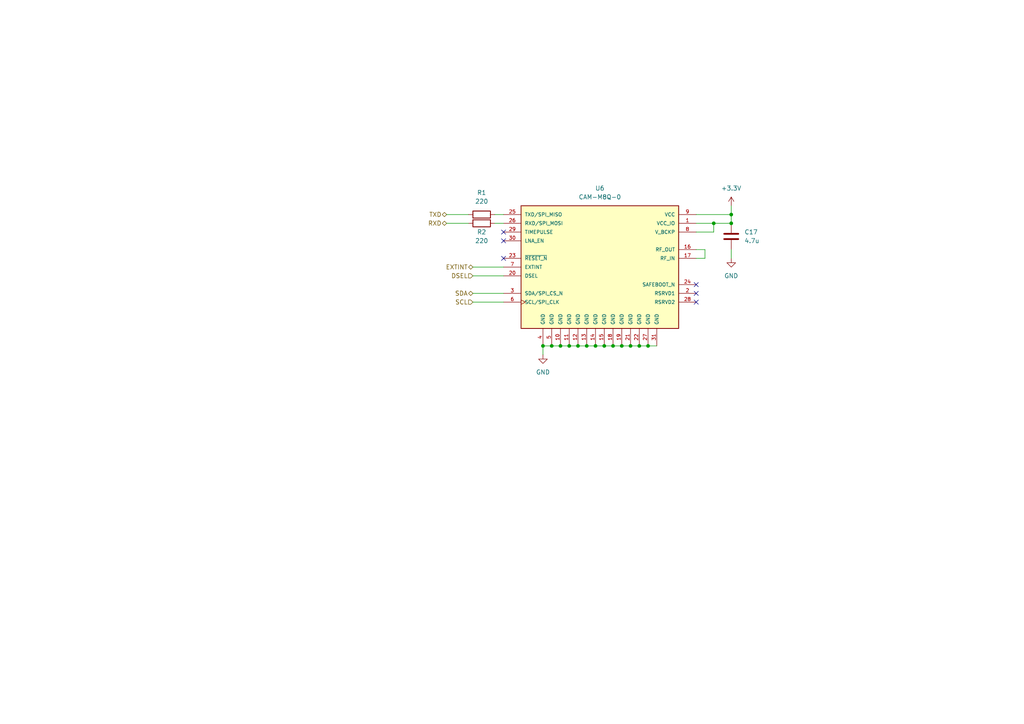
<source format=kicad_sch>
(kicad_sch (version 20230121) (generator eeschema)

  (uuid 6fd2c3fb-01fe-410e-929a-9d9170409634)

  (paper "A4")

  (lib_symbols
    (symbol "Device:C" (pin_numbers hide) (pin_names (offset 0.254)) (in_bom yes) (on_board yes)
      (property "Reference" "C" (at 0.635 2.54 0)
        (effects (font (size 1.27 1.27)) (justify left))
      )
      (property "Value" "C" (at 0.635 -2.54 0)
        (effects (font (size 1.27 1.27)) (justify left))
      )
      (property "Footprint" "" (at 0.9652 -3.81 0)
        (effects (font (size 1.27 1.27)) hide)
      )
      (property "Datasheet" "~" (at 0 0 0)
        (effects (font (size 1.27 1.27)) hide)
      )
      (property "ki_keywords" "cap capacitor" (at 0 0 0)
        (effects (font (size 1.27 1.27)) hide)
      )
      (property "ki_description" "Unpolarized capacitor" (at 0 0 0)
        (effects (font (size 1.27 1.27)) hide)
      )
      (property "ki_fp_filters" "C_*" (at 0 0 0)
        (effects (font (size 1.27 1.27)) hide)
      )
      (symbol "C_0_1"
        (polyline
          (pts
            (xy -2.032 -0.762)
            (xy 2.032 -0.762)
          )
          (stroke (width 0.508) (type default))
          (fill (type none))
        )
        (polyline
          (pts
            (xy -2.032 0.762)
            (xy 2.032 0.762)
          )
          (stroke (width 0.508) (type default))
          (fill (type none))
        )
      )
      (symbol "C_1_1"
        (pin passive line (at 0 3.81 270) (length 2.794)
          (name "~" (effects (font (size 1.27 1.27))))
          (number "1" (effects (font (size 1.27 1.27))))
        )
        (pin passive line (at 0 -3.81 90) (length 2.794)
          (name "~" (effects (font (size 1.27 1.27))))
          (number "2" (effects (font (size 1.27 1.27))))
        )
      )
    )
    (symbol "Device:R" (pin_numbers hide) (pin_names (offset 0)) (in_bom yes) (on_board yes)
      (property "Reference" "R" (at 2.032 0 90)
        (effects (font (size 1.27 1.27)))
      )
      (property "Value" "R" (at 0 0 90)
        (effects (font (size 1.27 1.27)))
      )
      (property "Footprint" "" (at -1.778 0 90)
        (effects (font (size 1.27 1.27)) hide)
      )
      (property "Datasheet" "~" (at 0 0 0)
        (effects (font (size 1.27 1.27)) hide)
      )
      (property "ki_keywords" "R res resistor" (at 0 0 0)
        (effects (font (size 1.27 1.27)) hide)
      )
      (property "ki_description" "Resistor" (at 0 0 0)
        (effects (font (size 1.27 1.27)) hide)
      )
      (property "ki_fp_filters" "R_*" (at 0 0 0)
        (effects (font (size 1.27 1.27)) hide)
      )
      (symbol "R_0_1"
        (rectangle (start -1.016 -2.54) (end 1.016 2.54)
          (stroke (width 0.254) (type default))
          (fill (type none))
        )
      )
      (symbol "R_1_1"
        (pin passive line (at 0 3.81 270) (length 1.27)
          (name "~" (effects (font (size 1.27 1.27))))
          (number "1" (effects (font (size 1.27 1.27))))
        )
        (pin passive line (at 0 -3.81 90) (length 1.27)
          (name "~" (effects (font (size 1.27 1.27))))
          (number "2" (effects (font (size 1.27 1.27))))
        )
      )
    )
    (symbol "Project:CAM-M8Q-0" (pin_names (offset 1.016)) (in_bom yes) (on_board yes)
      (property "Reference" "U" (at -21.59 19.05 0)
        (effects (font (size 1.27 1.27)) (justify left bottom))
      )
      (property "Value" "CAM-M8Q-0" (at -16.51 19.05 0)
        (effects (font (size 1.27 1.27)) (justify left bottom))
      )
      (property "Footprint" "Project:LCC100P960X1400X210-31N" (at 0 -34.29 0)
        (effects (font (size 1.27 1.27)) (justify bottom) hide)
      )
      (property "Datasheet" "" (at 0 -34.29 0)
        (effects (font (size 1.27 1.27)) hide)
      )
      (property "MF" "U-Blox America" (at 0 -34.29 0)
        (effects (font (size 1.27 1.27)) (justify bottom) hide)
      )
      (property "Description" "\nseries RF Receiver BeiDou, GLONASS, GNSS, GPS, QZSS 1.575GHz -167dBm - On-Board, Chip Module\n" (at 0 -34.29 0)
        (effects (font (size 1.27 1.27)) (justify bottom) hide)
      )
      (property "Package" "SMD-31 U-Blox America" (at 0 -34.29 0)
        (effects (font (size 1.27 1.27)) (justify bottom) hide)
      )
      (property "Price" "None" (at 0 -34.29 0)
        (effects (font (size 1.27 1.27)) (justify bottom) hide)
      )
      (property "Check_prices" "https://www.snapeda.com/parts/CAM-M8Q-0/U-Blox+America+Inc./view-part/?ref=eda" (at 0 -34.29 0)
        (effects (font (size 1.27 1.27)) (justify bottom) hide)
      )
      (property "SnapEDA_Link" "https://www.snapeda.com/parts/CAM-M8Q-0/U-Blox+America+Inc./view-part/?ref=snap" (at 0 -34.29 0)
        (effects (font (size 1.27 1.27)) (justify bottom) hide)
      )
      (property "MP" "CAM-M8Q-0" (at 0 -34.29 0)
        (effects (font (size 1.27 1.27)) (justify bottom) hide)
      )
      (property "Purchase-URL" "https://www.snapeda.com/api/url_track_click_mouser/?unipart_id=51163&manufacturer=U-Blox America&part_name=CAM-M8Q-0&search_term=None" (at 0 -34.29 0)
        (effects (font (size 1.27 1.27)) (justify bottom) hide)
      )
      (property "Availability" "In Stock" (at 0 -34.29 0)
        (effects (font (size 1.27 1.27)) (justify bottom) hide)
      )
      (property "MANUFACTURER" "UBlox" (at 0 -34.29 0)
        (effects (font (size 1.27 1.27)) (justify bottom) hide)
      )
      (symbol "CAM-M8Q-0_0_0"
        (rectangle (start -22.86 17.78) (end 22.86 -17.78)
          (stroke (width 0.254) (type default))
          (fill (type background))
        )
        (pin power_in line (at 27.94 12.7 180) (length 5.08)
          (name "VCC_IO" (effects (font (size 1.016 1.016))))
          (number "1" (effects (font (size 1.016 1.016))))
        )
        (pin power_in line (at -11.43 -22.86 90) (length 5.08)
          (name "GND" (effects (font (size 1.016 1.016))))
          (number "10" (effects (font (size 1.016 1.016))))
        )
        (pin power_in line (at -8.89 -22.86 90) (length 5.08)
          (name "GND" (effects (font (size 1.016 1.016))))
          (number "11" (effects (font (size 1.016 1.016))))
        )
        (pin power_in line (at -6.35 -22.86 90) (length 5.08)
          (name "GND" (effects (font (size 1.016 1.016))))
          (number "12" (effects (font (size 1.016 1.016))))
        )
        (pin power_in line (at -3.81 -22.86 90) (length 5.08)
          (name "GND" (effects (font (size 1.016 1.016))))
          (number "13" (effects (font (size 1.016 1.016))))
        )
        (pin power_in line (at -1.27 -22.86 90) (length 5.08)
          (name "GND" (effects (font (size 1.016 1.016))))
          (number "14" (effects (font (size 1.016 1.016))))
        )
        (pin power_in line (at 1.27 -22.86 90) (length 5.08)
          (name "GND" (effects (font (size 1.016 1.016))))
          (number "15" (effects (font (size 1.016 1.016))))
        )
        (pin output line (at 27.94 5.08 180) (length 5.08)
          (name "RF_OUT" (effects (font (size 1.016 1.016))))
          (number "16" (effects (font (size 1.016 1.016))))
        )
        (pin input line (at 27.94 2.54 180) (length 5.08)
          (name "RF_IN" (effects (font (size 1.016 1.016))))
          (number "17" (effects (font (size 1.016 1.016))))
        )
        (pin power_in line (at 3.81 -22.86 90) (length 5.08)
          (name "GND" (effects (font (size 1.016 1.016))))
          (number "18" (effects (font (size 1.016 1.016))))
        )
        (pin power_in line (at 6.35 -22.86 90) (length 5.08)
          (name "GND" (effects (font (size 1.016 1.016))))
          (number "19" (effects (font (size 1.016 1.016))))
        )
        (pin passive line (at 27.94 -7.62 180) (length 5.08)
          (name "RSRVD1" (effects (font (size 1.016 1.016))))
          (number "2" (effects (font (size 1.016 1.016))))
        )
        (pin input line (at -27.94 -2.54 0) (length 5.08)
          (name "DSEL" (effects (font (size 1.016 1.016))))
          (number "20" (effects (font (size 1.016 1.016))))
        )
        (pin power_in line (at 8.89 -22.86 90) (length 5.08)
          (name "GND" (effects (font (size 1.016 1.016))))
          (number "21" (effects (font (size 1.016 1.016))))
        )
        (pin power_in line (at 11.43 -22.86 90) (length 5.08)
          (name "GND" (effects (font (size 1.016 1.016))))
          (number "22" (effects (font (size 1.016 1.016))))
        )
        (pin input line (at -27.94 2.54 0) (length 5.08)
          (name "~{RESET_N}" (effects (font (size 1.016 1.016))))
          (number "23" (effects (font (size 1.016 1.016))))
        )
        (pin passive line (at 27.94 -5.08 180) (length 5.08)
          (name "SAFEBOOT_N" (effects (font (size 1.016 1.016))))
          (number "24" (effects (font (size 1.016 1.016))))
        )
        (pin output line (at -27.94 15.24 0) (length 5.08)
          (name "TXD/SPI_MISO" (effects (font (size 1.016 1.016))))
          (number "25" (effects (font (size 1.016 1.016))))
        )
        (pin input line (at -27.94 12.7 0) (length 5.08)
          (name "RXD/SPI_MOSI" (effects (font (size 1.016 1.016))))
          (number "26" (effects (font (size 1.016 1.016))))
        )
        (pin power_in line (at 13.97 -22.86 90) (length 5.08)
          (name "GND" (effects (font (size 1.016 1.016))))
          (number "27" (effects (font (size 1.016 1.016))))
        )
        (pin passive line (at 27.94 -10.16 180) (length 5.08)
          (name "RSRVD2" (effects (font (size 1.016 1.016))))
          (number "28" (effects (font (size 1.016 1.016))))
        )
        (pin output line (at -27.94 10.16 0) (length 5.08)
          (name "TIMEPULSE" (effects (font (size 1.016 1.016))))
          (number "29" (effects (font (size 1.016 1.016))))
        )
        (pin bidirectional line (at -27.94 -7.62 0) (length 5.08)
          (name "SDA/SPI_CS_N" (effects (font (size 1.016 1.016))))
          (number "3" (effects (font (size 1.016 1.016))))
        )
        (pin input line (at -27.94 7.62 0) (length 5.08)
          (name "LNA_EN" (effects (font (size 1.016 1.016))))
          (number "30" (effects (font (size 1.016 1.016))))
        )
        (pin power_in line (at 16.51 -22.86 90) (length 5.08)
          (name "GND" (effects (font (size 1.016 1.016))))
          (number "31" (effects (font (size 1.016 1.016))))
        )
        (pin power_in line (at -16.51 -22.86 90) (length 5.08)
          (name "GND" (effects (font (size 1.016 1.016))))
          (number "4" (effects (font (size 1.016 1.016))))
        )
        (pin power_in line (at -13.97 -22.86 90) (length 5.08)
          (name "GND" (effects (font (size 1.016 1.016))))
          (number "5" (effects (font (size 1.016 1.016))))
        )
        (pin input clock (at -27.94 -10.16 0) (length 5.08)
          (name "SCL/SPI_CLK" (effects (font (size 1.016 1.016))))
          (number "6" (effects (font (size 1.016 1.016))))
        )
        (pin input line (at -27.94 0 0) (length 5.08)
          (name "EXTINT" (effects (font (size 1.016 1.016))))
          (number "7" (effects (font (size 1.016 1.016))))
        )
        (pin power_in line (at 27.94 10.16 180) (length 5.08)
          (name "V_BCKP" (effects (font (size 1.016 1.016))))
          (number "8" (effects (font (size 1.016 1.016))))
        )
        (pin power_in line (at 27.94 15.24 180) (length 5.08)
          (name "VCC" (effects (font (size 1.016 1.016))))
          (number "9" (effects (font (size 1.016 1.016))))
        )
      )
    )
    (symbol "power:+3.3V" (power) (pin_names (offset 0)) (in_bom yes) (on_board yes)
      (property "Reference" "#PWR" (at 0 -3.81 0)
        (effects (font (size 1.27 1.27)) hide)
      )
      (property "Value" "+3.3V" (at 0 3.556 0)
        (effects (font (size 1.27 1.27)))
      )
      (property "Footprint" "" (at 0 0 0)
        (effects (font (size 1.27 1.27)) hide)
      )
      (property "Datasheet" "" (at 0 0 0)
        (effects (font (size 1.27 1.27)) hide)
      )
      (property "ki_keywords" "global power" (at 0 0 0)
        (effects (font (size 1.27 1.27)) hide)
      )
      (property "ki_description" "Power symbol creates a global label with name \"+3.3V\"" (at 0 0 0)
        (effects (font (size 1.27 1.27)) hide)
      )
      (symbol "+3.3V_0_1"
        (polyline
          (pts
            (xy -0.762 1.27)
            (xy 0 2.54)
          )
          (stroke (width 0) (type default))
          (fill (type none))
        )
        (polyline
          (pts
            (xy 0 0)
            (xy 0 2.54)
          )
          (stroke (width 0) (type default))
          (fill (type none))
        )
        (polyline
          (pts
            (xy 0 2.54)
            (xy 0.762 1.27)
          )
          (stroke (width 0) (type default))
          (fill (type none))
        )
      )
      (symbol "+3.3V_1_1"
        (pin power_in line (at 0 0 90) (length 0) hide
          (name "+3.3V" (effects (font (size 1.27 1.27))))
          (number "1" (effects (font (size 1.27 1.27))))
        )
      )
    )
    (symbol "power:GND" (power) (pin_names (offset 0)) (in_bom yes) (on_board yes)
      (property "Reference" "#PWR" (at 0 -6.35 0)
        (effects (font (size 1.27 1.27)) hide)
      )
      (property "Value" "GND" (at 0 -3.81 0)
        (effects (font (size 1.27 1.27)))
      )
      (property "Footprint" "" (at 0 0 0)
        (effects (font (size 1.27 1.27)) hide)
      )
      (property "Datasheet" "" (at 0 0 0)
        (effects (font (size 1.27 1.27)) hide)
      )
      (property "ki_keywords" "global power" (at 0 0 0)
        (effects (font (size 1.27 1.27)) hide)
      )
      (property "ki_description" "Power symbol creates a global label with name \"GND\" , ground" (at 0 0 0)
        (effects (font (size 1.27 1.27)) hide)
      )
      (symbol "GND_0_1"
        (polyline
          (pts
            (xy 0 0)
            (xy 0 -1.27)
            (xy 1.27 -1.27)
            (xy 0 -2.54)
            (xy -1.27 -1.27)
            (xy 0 -1.27)
          )
          (stroke (width 0) (type default))
          (fill (type none))
        )
      )
      (symbol "GND_1_1"
        (pin power_in line (at 0 0 270) (length 0) hide
          (name "GND" (effects (font (size 1.27 1.27))))
          (number "1" (effects (font (size 1.27 1.27))))
        )
      )
    )
  )

  (junction (at 212.09 62.23) (diameter 0) (color 0 0 0 0)
    (uuid 0d70edd4-137d-4f22-925c-e776fd202994)
  )
  (junction (at 187.96 100.33) (diameter 0) (color 0 0 0 0)
    (uuid 0e9877c8-f979-4e14-aa83-812f33537d6b)
  )
  (junction (at 165.1 100.33) (diameter 0) (color 0 0 0 0)
    (uuid 25d70064-87c4-4f16-987e-8b462aaadaa3)
  )
  (junction (at 185.42 100.33) (diameter 0) (color 0 0 0 0)
    (uuid 27edd24e-18ff-4570-ad34-ca7dfeff6a7e)
  )
  (junction (at 157.48 100.33) (diameter 0) (color 0 0 0 0)
    (uuid 3ce2144c-8725-48de-8d5f-77915954cbef)
  )
  (junction (at 207.01 64.77) (diameter 0) (color 0 0 0 0)
    (uuid 4c7076ec-7fca-4375-8e92-6dc10d4f3f2e)
  )
  (junction (at 172.72 100.33) (diameter 0) (color 0 0 0 0)
    (uuid 586e0790-b318-462a-a0de-dbbaac96f60c)
  )
  (junction (at 180.34 100.33) (diameter 0) (color 0 0 0 0)
    (uuid 61afe937-aa57-44b5-936d-c8b34f653a04)
  )
  (junction (at 170.18 100.33) (diameter 0) (color 0 0 0 0)
    (uuid 8392fa0b-b108-417b-8b43-13bbc87a5920)
  )
  (junction (at 160.02 100.33) (diameter 0) (color 0 0 0 0)
    (uuid 9c9043e3-6780-4932-a0a4-ddf05b8e05cf)
  )
  (junction (at 182.88 100.33) (diameter 0) (color 0 0 0 0)
    (uuid b9e535d5-3c40-4850-b083-93e66970efd2)
  )
  (junction (at 162.56 100.33) (diameter 0) (color 0 0 0 0)
    (uuid c0d058aa-e7b4-459c-af16-edd17305635b)
  )
  (junction (at 212.09 64.77) (diameter 0) (color 0 0 0 0)
    (uuid cc06ff74-9626-41fa-a501-7965a775b8e1)
  )
  (junction (at 167.64 100.33) (diameter 0) (color 0 0 0 0)
    (uuid d17fdbc5-4243-4aa8-8ceb-4947cf0894fd)
  )
  (junction (at 175.26 100.33) (diameter 0) (color 0 0 0 0)
    (uuid d799c115-a18b-4982-969b-759a163b71ae)
  )
  (junction (at 177.8 100.33) (diameter 0) (color 0 0 0 0)
    (uuid e45b34c8-b0c5-48c2-8052-5e7b8a96de76)
  )

  (no_connect (at 201.93 82.55) (uuid 2ada3b27-9645-4e8e-a00e-39fcd54f0fc0))
  (no_connect (at 146.05 69.85) (uuid 93d3b4cf-0238-4079-9fb6-d51efada0377))
  (no_connect (at 201.93 85.09) (uuid d494957c-0765-467e-b67e-0d59531de540))
  (no_connect (at 146.05 74.93) (uuid f70ba3c0-f289-458a-8dae-8b034604df7b))
  (no_connect (at 201.93 87.63) (uuid f8777b58-f340-4e1b-af55-be6ab66fd970))
  (no_connect (at 146.05 67.31) (uuid fd06f017-2eae-49f1-809f-dd85a64fc9ea))

  (wire (pts (xy 137.16 85.09) (xy 146.05 85.09))
    (stroke (width 0) (type default))
    (uuid 0f628ce8-9f37-4150-a44b-370999a34af7)
  )
  (wire (pts (xy 212.09 62.23) (xy 212.09 64.77))
    (stroke (width 0) (type default))
    (uuid 16c14daf-10b9-48ae-a42b-05c1cf400184)
  )
  (wire (pts (xy 137.16 87.63) (xy 146.05 87.63))
    (stroke (width 0) (type default))
    (uuid 18033fd2-c305-4f35-a03f-abb4799da048)
  )
  (wire (pts (xy 177.8 100.33) (xy 180.34 100.33))
    (stroke (width 0) (type default))
    (uuid 19d77a04-89d6-4481-abaa-dc45b1bde30f)
  )
  (wire (pts (xy 157.48 100.33) (xy 160.02 100.33))
    (stroke (width 0) (type default))
    (uuid 230c5f0f-0692-4e8c-821a-99b6db76acfd)
  )
  (wire (pts (xy 207.01 64.77) (xy 207.01 67.31))
    (stroke (width 0) (type default))
    (uuid 2b66846e-9e72-45b7-ae11-9121368b0a19)
  )
  (wire (pts (xy 201.93 67.31) (xy 207.01 67.31))
    (stroke (width 0) (type default))
    (uuid 342a487a-ac1a-48ad-a511-e94aebd6b03d)
  )
  (wire (pts (xy 212.09 59.69) (xy 212.09 62.23))
    (stroke (width 0) (type default))
    (uuid 343f6f9f-f179-488c-99de-7bf3ce2fd242)
  )
  (wire (pts (xy 212.09 72.39) (xy 212.09 74.93))
    (stroke (width 0) (type default))
    (uuid 37263742-daf6-4fda-82ec-be5b54df164a)
  )
  (wire (pts (xy 207.01 64.77) (xy 212.09 64.77))
    (stroke (width 0) (type default))
    (uuid 3db60618-b6dd-4a5f-b1cb-70e04745ff66)
  )
  (wire (pts (xy 146.05 77.47) (xy 137.16 77.47))
    (stroke (width 0) (type default))
    (uuid 3e98adb7-cd28-4ae5-bdba-e5a702e828e8)
  )
  (wire (pts (xy 180.34 100.33) (xy 182.88 100.33))
    (stroke (width 0) (type default))
    (uuid 3ef89822-238b-4186-9f31-7e890f5ccf75)
  )
  (wire (pts (xy 201.93 74.93) (xy 204.47 74.93))
    (stroke (width 0) (type default))
    (uuid 476a639d-3eab-4887-8008-bdcd0061221b)
  )
  (wire (pts (xy 204.47 72.39) (xy 201.93 72.39))
    (stroke (width 0) (type default))
    (uuid 4e21b16a-b3de-422a-b21a-93dfc30b9678)
  )
  (wire (pts (xy 172.72 100.33) (xy 175.26 100.33))
    (stroke (width 0) (type default))
    (uuid 705abf70-ad7d-4359-8fd3-237684928e21)
  )
  (wire (pts (xy 167.64 100.33) (xy 170.18 100.33))
    (stroke (width 0) (type default))
    (uuid 75658bed-af80-4cef-906d-e19ca7d45f3f)
  )
  (wire (pts (xy 204.47 74.93) (xy 204.47 72.39))
    (stroke (width 0) (type default))
    (uuid 7694ef14-feb5-4ab3-88f8-6c09d4eec34f)
  )
  (wire (pts (xy 129.54 64.77) (xy 135.89 64.77))
    (stroke (width 0) (type default))
    (uuid 77b0f098-06d6-4936-b74d-85489c12e839)
  )
  (wire (pts (xy 129.54 62.23) (xy 135.89 62.23))
    (stroke (width 0) (type default))
    (uuid 826bda64-68cf-4288-8eda-c69b1970cb0f)
  )
  (wire (pts (xy 143.51 62.23) (xy 146.05 62.23))
    (stroke (width 0) (type default))
    (uuid 8ddaef08-e171-4c3f-a3f1-663ed2d3bd07)
  )
  (wire (pts (xy 182.88 100.33) (xy 185.42 100.33))
    (stroke (width 0) (type default))
    (uuid b26bb7c3-2399-4467-bee2-ab304cfc6074)
  )
  (wire (pts (xy 201.93 64.77) (xy 207.01 64.77))
    (stroke (width 0) (type default))
    (uuid b84c5d92-412d-4ec7-ad6a-c12af2a92115)
  )
  (wire (pts (xy 187.96 100.33) (xy 190.5 100.33))
    (stroke (width 0) (type default))
    (uuid c4a307ad-cfaf-4431-8a58-9f62eae7ee7b)
  )
  (wire (pts (xy 137.16 80.01) (xy 146.05 80.01))
    (stroke (width 0) (type default))
    (uuid d59744d9-fb2e-4778-bb32-92be1700c414)
  )
  (wire (pts (xy 143.51 64.77) (xy 146.05 64.77))
    (stroke (width 0) (type default))
    (uuid d947670e-b35e-4deb-bc4b-42c9dc193980)
  )
  (wire (pts (xy 170.18 100.33) (xy 172.72 100.33))
    (stroke (width 0) (type default))
    (uuid db3cf0ba-01a5-4830-bd52-935b037649c2)
  )
  (wire (pts (xy 157.48 100.33) (xy 157.48 102.87))
    (stroke (width 0) (type default))
    (uuid dc2649d4-d9b3-4308-a9e6-a8bb3909ee81)
  )
  (wire (pts (xy 185.42 100.33) (xy 187.96 100.33))
    (stroke (width 0) (type default))
    (uuid de032e63-aefc-486d-8915-a71c03899704)
  )
  (wire (pts (xy 175.26 100.33) (xy 177.8 100.33))
    (stroke (width 0) (type default))
    (uuid defdbaa5-e0a1-4dcf-bec0-b85dc46df285)
  )
  (wire (pts (xy 162.56 100.33) (xy 165.1 100.33))
    (stroke (width 0) (type default))
    (uuid e3677387-aabe-4636-8047-c7e83091cb42)
  )
  (wire (pts (xy 165.1 100.33) (xy 167.64 100.33))
    (stroke (width 0) (type default))
    (uuid ee7f43ff-7462-45ed-9329-0ac1b39485ff)
  )
  (wire (pts (xy 160.02 100.33) (xy 162.56 100.33))
    (stroke (width 0) (type default))
    (uuid f94d5fbd-36d2-4f17-8951-3035b37cd42d)
  )
  (wire (pts (xy 201.93 62.23) (xy 212.09 62.23))
    (stroke (width 0) (type default))
    (uuid fb1e5639-06b5-47be-b038-05eeedf9646c)
  )

  (hierarchical_label "SCL" (shape input) (at 137.16 87.63 180) (fields_autoplaced)
    (effects (font (size 1.27 1.27)) (justify right))
    (uuid 0256b826-f265-4921-b87f-ac053d5ba4ab)
  )
  (hierarchical_label "SDA" (shape bidirectional) (at 137.16 85.09 180) (fields_autoplaced)
    (effects (font (size 1.27 1.27)) (justify right))
    (uuid 090722d8-ef15-4814-8910-ca29b629803e)
  )
  (hierarchical_label "EXTINT" (shape bidirectional) (at 137.16 77.47 180) (fields_autoplaced)
    (effects (font (size 1.27 1.27)) (justify right))
    (uuid 0fceb5eb-0e74-4ea1-8ba9-365c58b663b8)
  )
  (hierarchical_label "RXD" (shape bidirectional) (at 129.54 64.77 180) (fields_autoplaced)
    (effects (font (size 1.27 1.27)) (justify right))
    (uuid 2bc42b39-9e60-498e-84a6-ffe90260b287)
  )
  (hierarchical_label "DSEL" (shape input) (at 137.16 80.01 180) (fields_autoplaced)
    (effects (font (size 1.27 1.27)) (justify right))
    (uuid 41a0efc2-3f79-43af-86b8-67d975571ced)
  )
  (hierarchical_label "TXD" (shape bidirectional) (at 129.54 62.23 180) (fields_autoplaced)
    (effects (font (size 1.27 1.27)) (justify right))
    (uuid fd027816-cfa5-485f-9f51-779194b5aaf0)
  )

  (symbol (lib_id "Device:R") (at 139.7 62.23 270) (unit 1)
    (in_bom yes) (on_board yes) (dnp no) (fields_autoplaced)
    (uuid 3673d2f0-5584-4d46-a730-5273d2e9dd4e)
    (property "Reference" "R1" (at 139.7 55.88 90)
      (effects (font (size 1.27 1.27)))
    )
    (property "Value" "220" (at 139.7 58.42 90)
      (effects (font (size 1.27 1.27)))
    )
    (property "Footprint" "" (at 139.7 60.452 90)
      (effects (font (size 1.27 1.27)) hide)
    )
    (property "Datasheet" "~" (at 139.7 62.23 0)
      (effects (font (size 1.27 1.27)) hide)
    )
    (pin "1" (uuid 60ebd37a-04a2-4156-aa6f-df0248485a0e))
    (pin "2" (uuid 4ce81f7c-0a98-4aab-9d6c-2cafc6f0dd26))
    (instances
      (project "Flight_Board"
        (path "/e8eb85d5-f1ff-4500-895d-25b9ff5f6d36/52cae81a-54fe-42c0-9a19-be88b271d004"
          (reference "R1") (unit 1)
        )
      )
    )
  )

  (symbol (lib_id "power:GND") (at 212.09 74.93 0) (unit 1)
    (in_bom yes) (on_board yes) (dnp no) (fields_autoplaced)
    (uuid 4178c869-7add-4905-8169-885667b37ed7)
    (property "Reference" "#PWR032" (at 212.09 81.28 0)
      (effects (font (size 1.27 1.27)) hide)
    )
    (property "Value" "GND" (at 212.09 80.01 0)
      (effects (font (size 1.27 1.27)))
    )
    (property "Footprint" "" (at 212.09 74.93 0)
      (effects (font (size 1.27 1.27)) hide)
    )
    (property "Datasheet" "" (at 212.09 74.93 0)
      (effects (font (size 1.27 1.27)) hide)
    )
    (pin "1" (uuid c3bd3927-2d3e-4a95-805b-a98062b5faa9))
    (instances
      (project "Flight_Board"
        (path "/e8eb85d5-f1ff-4500-895d-25b9ff5f6d36/52cae81a-54fe-42c0-9a19-be88b271d004"
          (reference "#PWR032") (unit 1)
        )
      )
    )
  )

  (symbol (lib_id "Project:CAM-M8Q-0") (at 173.99 77.47 0) (unit 1)
    (in_bom yes) (on_board yes) (dnp no) (fields_autoplaced)
    (uuid 4890989a-63e6-4508-b312-8e88f58ed00d)
    (property "Reference" "U6" (at 173.99 54.61 0)
      (effects (font (size 1.27 1.27)))
    )
    (property "Value" "CAM-M8Q-0" (at 173.99 57.15 0)
      (effects (font (size 1.27 1.27)))
    )
    (property "Footprint" "Project:LCC100P960X1400X210-31N" (at 173.99 111.76 0)
      (effects (font (size 1.27 1.27)) (justify bottom) hide)
    )
    (property "Datasheet" "" (at 173.99 111.76 0)
      (effects (font (size 1.27 1.27)) hide)
    )
    (property "MF" "U-Blox America" (at 173.99 111.76 0)
      (effects (font (size 1.27 1.27)) (justify bottom) hide)
    )
    (property "Description" "\nseries RF Receiver BeiDou, GLONASS, GNSS, GPS, QZSS 1.575GHz -167dBm - On-Board, Chip Module\n" (at 173.99 111.76 0)
      (effects (font (size 1.27 1.27)) (justify bottom) hide)
    )
    (property "Package" "SMD-31 U-Blox America" (at 173.99 111.76 0)
      (effects (font (size 1.27 1.27)) (justify bottom) hide)
    )
    (property "Price" "None" (at 173.99 111.76 0)
      (effects (font (size 1.27 1.27)) (justify bottom) hide)
    )
    (property "Check_prices" "https://www.snapeda.com/parts/CAM-M8Q-0/U-Blox+America+Inc./view-part/?ref=eda" (at 173.99 111.76 0)
      (effects (font (size 1.27 1.27)) (justify bottom) hide)
    )
    (property "SnapEDA_Link" "https://www.snapeda.com/parts/CAM-M8Q-0/U-Blox+America+Inc./view-part/?ref=snap" (at 173.99 111.76 0)
      (effects (font (size 1.27 1.27)) (justify bottom) hide)
    )
    (property "MP" "CAM-M8Q-0" (at 173.99 111.76 0)
      (effects (font (size 1.27 1.27)) (justify bottom) hide)
    )
    (property "Purchase-URL" "https://www.snapeda.com/api/url_track_click_mouser/?unipart_id=51163&manufacturer=U-Blox America&part_name=CAM-M8Q-0&search_term=None" (at 173.99 111.76 0)
      (effects (font (size 1.27 1.27)) (justify bottom) hide)
    )
    (property "Availability" "In Stock" (at 173.99 111.76 0)
      (effects (font (size 1.27 1.27)) (justify bottom) hide)
    )
    (property "MANUFACTURER" "UBlox" (at 173.99 111.76 0)
      (effects (font (size 1.27 1.27)) (justify bottom) hide)
    )
    (pin "1" (uuid 549b136b-00f0-4e28-ba91-005ff7c641a2))
    (pin "10" (uuid 5eb5905f-b04a-4eca-b17a-1ad2c47d900b))
    (pin "11" (uuid f540e125-ae88-49d5-be06-9fdfa4f28572))
    (pin "12" (uuid 5e3aa920-a092-4a06-a833-8a38fe9a9c68))
    (pin "13" (uuid 731d27d4-f814-4ac8-b960-e4dd6f26ccea))
    (pin "14" (uuid 68a79822-4967-4d6e-8bf7-0cb03f3af6b2))
    (pin "15" (uuid 8d6048c9-42a2-4e11-8d31-842c911363c7))
    (pin "16" (uuid 8dc4c3e9-6380-41cd-af94-6c9e259af265))
    (pin "17" (uuid 72bd0a7e-ef8c-4d04-a497-8bb7f7e619d5))
    (pin "18" (uuid 84250efc-a212-430d-9f18-46105e7af947))
    (pin "19" (uuid 2bba80c9-b769-4819-8336-41b7cbf51aff))
    (pin "2" (uuid 46652e81-213d-485b-891e-78508c18464d))
    (pin "20" (uuid 1b210a1e-aa64-4239-bef3-fc66e00d07a8))
    (pin "21" (uuid 45eb3d20-41da-4c36-904c-290633fa9a63))
    (pin "22" (uuid acdb377a-5afa-4a4a-995f-ee50f1c9b567))
    (pin "23" (uuid ef0c6b95-7253-4e88-a008-32d34ff50e63))
    (pin "24" (uuid c3e37d07-2c3d-4c05-be44-a7cf092348a6))
    (pin "25" (uuid 028c0cd4-2243-4889-a30c-40f5a6740695))
    (pin "26" (uuid 38dca4ed-7984-4796-8fb3-37ddc487f0cd))
    (pin "27" (uuid 38f87bf8-ffe0-4c6b-b40f-141013c99897))
    (pin "28" (uuid d46dbd2c-2275-4bb9-8082-8a5e351edeff))
    (pin "29" (uuid 13d023f6-0120-4873-8705-e5a0cbcb0aba))
    (pin "3" (uuid 4090f611-bca9-4eb9-b767-aa104bdf6c06))
    (pin "30" (uuid 4a83c47d-b00a-4eff-a422-dd2a86e748ee))
    (pin "31" (uuid 9aa68327-f6e1-4804-a844-15057718295e))
    (pin "4" (uuid 15d82d2c-685b-485b-870f-c116eeeb2fc7))
    (pin "5" (uuid 58c8c19d-89ca-450a-8a38-20c8fe900fd0))
    (pin "6" (uuid 6a5c2c9d-083c-4876-b8fc-e9d2dca89660))
    (pin "7" (uuid 4fa43ad4-466f-4e4f-a913-9e2439e2cc35))
    (pin "8" (uuid cb91b31b-cd37-40ea-8745-96399975f545))
    (pin "9" (uuid 2b18c768-03f5-427e-bc89-c5d1e52115ac))
    (instances
      (project "Flight_Board"
        (path "/e8eb85d5-f1ff-4500-895d-25b9ff5f6d36/52cae81a-54fe-42c0-9a19-be88b271d004"
          (reference "U6") (unit 1)
        )
      )
    )
  )

  (symbol (lib_id "Device:C") (at 212.09 68.58 0) (unit 1)
    (in_bom yes) (on_board yes) (dnp no) (fields_autoplaced)
    (uuid 6b60197c-b80e-4f6b-b23f-ce5bbe360af9)
    (property "Reference" "C17" (at 215.9 67.31 0)
      (effects (font (size 1.27 1.27)) (justify left))
    )
    (property "Value" "4.7u" (at 215.9 69.85 0)
      (effects (font (size 1.27 1.27)) (justify left))
    )
    (property "Footprint" "" (at 213.0552 72.39 0)
      (effects (font (size 1.27 1.27)) hide)
    )
    (property "Datasheet" "~" (at 212.09 68.58 0)
      (effects (font (size 1.27 1.27)) hide)
    )
    (pin "1" (uuid 2d3241a4-c599-4cbd-8a08-b90a9165ad26))
    (pin "2" (uuid 1bfce399-8220-4f08-aa10-9ffa447d9256))
    (instances
      (project "Flight_Board"
        (path "/e8eb85d5-f1ff-4500-895d-25b9ff5f6d36/52cae81a-54fe-42c0-9a19-be88b271d004"
          (reference "C17") (unit 1)
        )
      )
    )
  )

  (symbol (lib_id "Device:R") (at 139.7 64.77 90) (unit 1)
    (in_bom yes) (on_board yes) (dnp no)
    (uuid 770ef7f1-13d4-4905-8666-a60b38d046e8)
    (property "Reference" "R2" (at 139.7 67.31 90)
      (effects (font (size 1.27 1.27)))
    )
    (property "Value" "220" (at 139.7 69.85 90)
      (effects (font (size 1.27 1.27)))
    )
    (property "Footprint" "" (at 139.7 66.548 90)
      (effects (font (size 1.27 1.27)) hide)
    )
    (property "Datasheet" "~" (at 139.7 64.77 0)
      (effects (font (size 1.27 1.27)) hide)
    )
    (pin "1" (uuid c9f1de31-593b-4ffa-8d66-74b9854bd41d))
    (pin "2" (uuid bd7a61d8-0fc9-45fa-aceb-8a96b99afbe6))
    (instances
      (project "Flight_Board"
        (path "/e8eb85d5-f1ff-4500-895d-25b9ff5f6d36/52cae81a-54fe-42c0-9a19-be88b271d004"
          (reference "R2") (unit 1)
        )
      )
    )
  )

  (symbol (lib_id "power:+3.3V") (at 212.09 59.69 0) (unit 1)
    (in_bom yes) (on_board yes) (dnp no) (fields_autoplaced)
    (uuid 89424ebb-d58e-4885-ab5f-5458c6b1efea)
    (property "Reference" "#PWR033" (at 212.09 63.5 0)
      (effects (font (size 1.27 1.27)) hide)
    )
    (property "Value" "+3.3V" (at 212.09 54.61 0)
      (effects (font (size 1.27 1.27)))
    )
    (property "Footprint" "" (at 212.09 59.69 0)
      (effects (font (size 1.27 1.27)) hide)
    )
    (property "Datasheet" "" (at 212.09 59.69 0)
      (effects (font (size 1.27 1.27)) hide)
    )
    (pin "1" (uuid 65a0f8f9-a5b6-4a1a-b8ad-99bfc8354f95))
    (instances
      (project "Flight_Board"
        (path "/e8eb85d5-f1ff-4500-895d-25b9ff5f6d36/52cae81a-54fe-42c0-9a19-be88b271d004"
          (reference "#PWR033") (unit 1)
        )
      )
    )
  )

  (symbol (lib_id "power:GND") (at 157.48 102.87 0) (unit 1)
    (in_bom yes) (on_board yes) (dnp no) (fields_autoplaced)
    (uuid d836ca7f-9bc0-4b0f-ab91-c4745cd32095)
    (property "Reference" "#PWR031" (at 157.48 109.22 0)
      (effects (font (size 1.27 1.27)) hide)
    )
    (property "Value" "GND" (at 157.48 107.95 0)
      (effects (font (size 1.27 1.27)))
    )
    (property "Footprint" "" (at 157.48 102.87 0)
      (effects (font (size 1.27 1.27)) hide)
    )
    (property "Datasheet" "" (at 157.48 102.87 0)
      (effects (font (size 1.27 1.27)) hide)
    )
    (pin "1" (uuid 870694b3-5338-4288-ae80-f362f7b6af03))
    (instances
      (project "Flight_Board"
        (path "/e8eb85d5-f1ff-4500-895d-25b9ff5f6d36/52cae81a-54fe-42c0-9a19-be88b271d004"
          (reference "#PWR031") (unit 1)
        )
      )
    )
  )
)

</source>
